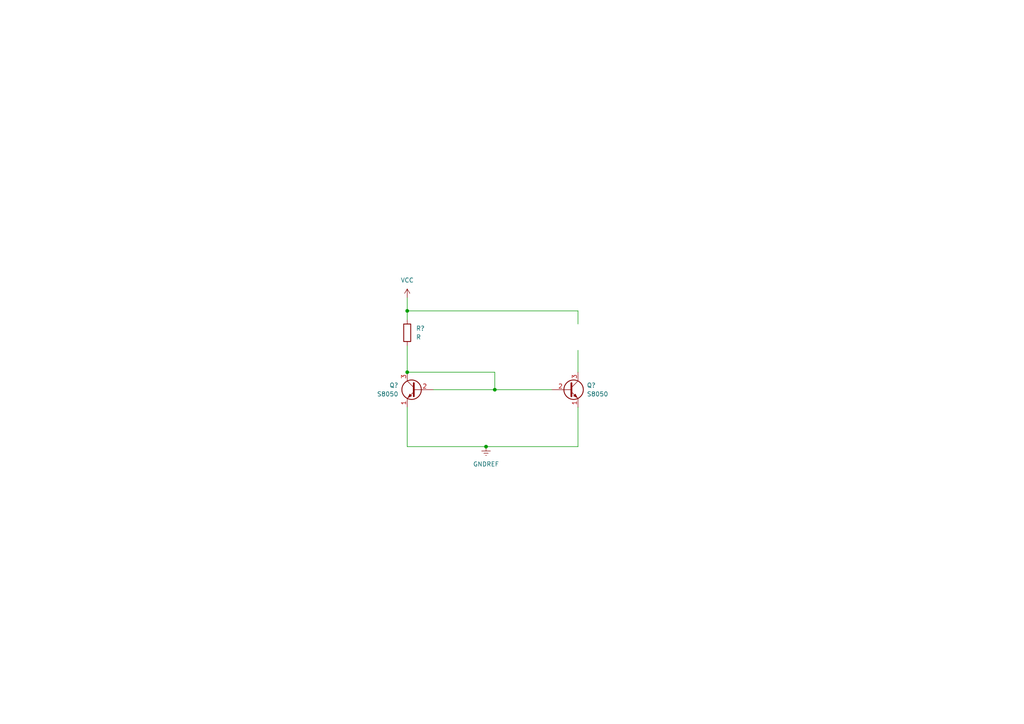
<source format=kicad_sch>
(kicad_sch (version 20211123) (generator eeschema)

  (uuid e06ea202-9f69-41ac-aae1-3abb4a1b62ce)

  (paper "A4")

  (lib_symbols
    (symbol "Device:R" (pin_numbers hide) (pin_names (offset 0)) (in_bom yes) (on_board yes)
      (property "Reference" "R" (id 0) (at 2.032 0 90)
        (effects (font (size 1.27 1.27)))
      )
      (property "Value" "R" (id 1) (at 0 0 90)
        (effects (font (size 1.27 1.27)))
      )
      (property "Footprint" "" (id 2) (at -1.778 0 90)
        (effects (font (size 1.27 1.27)) hide)
      )
      (property "Datasheet" "~" (id 3) (at 0 0 0)
        (effects (font (size 1.27 1.27)) hide)
      )
      (property "ki_keywords" "R res resistor" (id 4) (at 0 0 0)
        (effects (font (size 1.27 1.27)) hide)
      )
      (property "ki_description" "Resistor" (id 5) (at 0 0 0)
        (effects (font (size 1.27 1.27)) hide)
      )
      (property "ki_fp_filters" "R_*" (id 6) (at 0 0 0)
        (effects (font (size 1.27 1.27)) hide)
      )
      (symbol "R_0_1"
        (rectangle (start -1.016 -2.54) (end 1.016 2.54)
          (stroke (width 0.254) (type default) (color 0 0 0 0))
          (fill (type none))
        )
      )
      (symbol "R_1_1"
        (pin passive line (at 0 3.81 270) (length 1.27)
          (name "~" (effects (font (size 1.27 1.27))))
          (number "1" (effects (font (size 1.27 1.27))))
        )
        (pin passive line (at 0 -3.81 90) (length 1.27)
          (name "~" (effects (font (size 1.27 1.27))))
          (number "2" (effects (font (size 1.27 1.27))))
        )
      )
    )
    (symbol "Transistor_BJT:S8050" (pin_names (offset 0) hide) (in_bom yes) (on_board yes)
      (property "Reference" "Q" (id 0) (at 5.08 1.905 0)
        (effects (font (size 1.27 1.27)) (justify left))
      )
      (property "Value" "S8050" (id 1) (at 5.08 0 0)
        (effects (font (size 1.27 1.27)) (justify left))
      )
      (property "Footprint" "Package_TO_SOT_THT:TO-92_Inline" (id 2) (at 5.08 -1.905 0)
        (effects (font (size 1.27 1.27) italic) (justify left) hide)
      )
      (property "Datasheet" "http://www.unisonic.com.tw/datasheet/S8050.pdf" (id 3) (at 0 0 0)
        (effects (font (size 1.27 1.27)) (justify left) hide)
      )
      (property "ki_keywords" "S8050 NPN Low Voltage High Current Transistor" (id 4) (at 0 0 0)
        (effects (font (size 1.27 1.27)) hide)
      )
      (property "ki_description" "0.7A Ic, 20V Vce, Low Voltage High Current NPN Transistor, TO-92" (id 5) (at 0 0 0)
        (effects (font (size 1.27 1.27)) hide)
      )
      (property "ki_fp_filters" "TO?92*" (id 6) (at 0 0 0)
        (effects (font (size 1.27 1.27)) hide)
      )
      (symbol "S8050_0_1"
        (polyline
          (pts
            (xy 0 0)
            (xy 0.635 0)
          )
          (stroke (width 0) (type default) (color 0 0 0 0))
          (fill (type none))
        )
        (polyline
          (pts
            (xy 0.635 0.635)
            (xy 2.54 2.54)
          )
          (stroke (width 0) (type default) (color 0 0 0 0))
          (fill (type none))
        )
        (polyline
          (pts
            (xy 0.635 -0.635)
            (xy 2.54 -2.54)
            (xy 2.54 -2.54)
          )
          (stroke (width 0) (type default) (color 0 0 0 0))
          (fill (type none))
        )
        (polyline
          (pts
            (xy 0.635 1.905)
            (xy 0.635 -1.905)
            (xy 0.635 -1.905)
          )
          (stroke (width 0.508) (type default) (color 0 0 0 0))
          (fill (type none))
        )
        (polyline
          (pts
            (xy 1.27 -1.778)
            (xy 1.778 -1.27)
            (xy 2.286 -2.286)
            (xy 1.27 -1.778)
            (xy 1.27 -1.778)
          )
          (stroke (width 0) (type default) (color 0 0 0 0))
          (fill (type outline))
        )
        (circle (center 1.27 0) (radius 2.8194)
          (stroke (width 0.254) (type default) (color 0 0 0 0))
          (fill (type none))
        )
      )
      (symbol "S8050_1_1"
        (pin passive line (at 2.54 -5.08 90) (length 2.54)
          (name "E" (effects (font (size 1.27 1.27))))
          (number "1" (effects (font (size 1.27 1.27))))
        )
        (pin input line (at -5.08 0 0) (length 5.08)
          (name "B" (effects (font (size 1.27 1.27))))
          (number "2" (effects (font (size 1.27 1.27))))
        )
        (pin passive line (at 2.54 5.08 270) (length 2.54)
          (name "C" (effects (font (size 1.27 1.27))))
          (number "3" (effects (font (size 1.27 1.27))))
        )
      )
    )
    (symbol "power:GNDREF" (power) (pin_names (offset 0)) (in_bom yes) (on_board yes)
      (property "Reference" "#PWR" (id 0) (at 0 -6.35 0)
        (effects (font (size 1.27 1.27)) hide)
      )
      (property "Value" "GNDREF" (id 1) (at 0 -3.81 0)
        (effects (font (size 1.27 1.27)))
      )
      (property "Footprint" "" (id 2) (at 0 0 0)
        (effects (font (size 1.27 1.27)) hide)
      )
      (property "Datasheet" "" (id 3) (at 0 0 0)
        (effects (font (size 1.27 1.27)) hide)
      )
      (property "ki_keywords" "global power" (id 4) (at 0 0 0)
        (effects (font (size 1.27 1.27)) hide)
      )
      (property "ki_description" "Power symbol creates a global label with name \"GNDREF\" , reference supply ground" (id 5) (at 0 0 0)
        (effects (font (size 1.27 1.27)) hide)
      )
      (symbol "GNDREF_0_1"
        (polyline
          (pts
            (xy -0.635 -1.905)
            (xy 0.635 -1.905)
          )
          (stroke (width 0) (type default) (color 0 0 0 0))
          (fill (type none))
        )
        (polyline
          (pts
            (xy -0.127 -2.54)
            (xy 0.127 -2.54)
          )
          (stroke (width 0) (type default) (color 0 0 0 0))
          (fill (type none))
        )
        (polyline
          (pts
            (xy 0 -1.27)
            (xy 0 0)
          )
          (stroke (width 0) (type default) (color 0 0 0 0))
          (fill (type none))
        )
        (polyline
          (pts
            (xy 1.27 -1.27)
            (xy -1.27 -1.27)
          )
          (stroke (width 0) (type default) (color 0 0 0 0))
          (fill (type none))
        )
      )
      (symbol "GNDREF_1_1"
        (pin power_in line (at 0 0 270) (length 0) hide
          (name "GNDREF" (effects (font (size 1.27 1.27))))
          (number "1" (effects (font (size 1.27 1.27))))
        )
      )
    )
    (symbol "power:VCC" (power) (pin_names (offset 0)) (in_bom yes) (on_board yes)
      (property "Reference" "#PWR" (id 0) (at 0 -3.81 0)
        (effects (font (size 1.27 1.27)) hide)
      )
      (property "Value" "VCC" (id 1) (at 0 3.81 0)
        (effects (font (size 1.27 1.27)))
      )
      (property "Footprint" "" (id 2) (at 0 0 0)
        (effects (font (size 1.27 1.27)) hide)
      )
      (property "Datasheet" "" (id 3) (at 0 0 0)
        (effects (font (size 1.27 1.27)) hide)
      )
      (property "ki_keywords" "global power" (id 4) (at 0 0 0)
        (effects (font (size 1.27 1.27)) hide)
      )
      (property "ki_description" "Power symbol creates a global label with name \"VCC\"" (id 5) (at 0 0 0)
        (effects (font (size 1.27 1.27)) hide)
      )
      (symbol "VCC_0_1"
        (polyline
          (pts
            (xy -0.762 1.27)
            (xy 0 2.54)
          )
          (stroke (width 0) (type default) (color 0 0 0 0))
          (fill (type none))
        )
        (polyline
          (pts
            (xy 0 0)
            (xy 0 2.54)
          )
          (stroke (width 0) (type default) (color 0 0 0 0))
          (fill (type none))
        )
        (polyline
          (pts
            (xy 0 2.54)
            (xy 0.762 1.27)
          )
          (stroke (width 0) (type default) (color 0 0 0 0))
          (fill (type none))
        )
      )
      (symbol "VCC_1_1"
        (pin power_in line (at 0 0 90) (length 0) hide
          (name "VCC" (effects (font (size 1.27 1.27))))
          (number "1" (effects (font (size 1.27 1.27))))
        )
      )
    )
  )

  (junction (at 143.51 113.03) (diameter 0) (color 0 0 0 0)
    (uuid 1b89d099-7e03-49f8-9185-2ec1e62a3e31)
  )
  (junction (at 140.97 129.54) (diameter 0) (color 0 0 0 0)
    (uuid 388f49eb-814d-4b14-b2dd-d2e0978eb5a1)
  )
  (junction (at 118.11 107.95) (diameter 0) (color 0 0 0 0)
    (uuid 3caa6bab-532e-4f8e-9f07-10cb789c6b87)
  )
  (junction (at 118.11 90.17) (diameter 0) (color 0 0 0 0)
    (uuid 87b5774a-7853-4eb6-ac5e-aaa85b8ba792)
  )

  (wire (pts (xy 167.64 101.6) (xy 167.64 107.95))
    (stroke (width 0) (type default) (color 0 0 0 0))
    (uuid 0dabfeb4-dec4-4347-80da-56b1ca50f26a)
  )
  (wire (pts (xy 118.11 90.17) (xy 167.64 90.17))
    (stroke (width 0) (type default) (color 0 0 0 0))
    (uuid 1128dacf-a10a-458e-8a67-6a6f2bf3e08b)
  )
  (wire (pts (xy 118.11 86.36) (xy 118.11 90.17))
    (stroke (width 0) (type default) (color 0 0 0 0))
    (uuid 2a0d6d5a-b4bf-40f0-ab8b-f5a4fe4952c3)
  )
  (wire (pts (xy 167.64 118.11) (xy 167.64 129.54))
    (stroke (width 0) (type default) (color 0 0 0 0))
    (uuid 3f8e3555-9161-4b09-a12c-b5aa130773dc)
  )
  (wire (pts (xy 118.11 90.17) (xy 118.11 92.71))
    (stroke (width 0) (type default) (color 0 0 0 0))
    (uuid 4b31f8f5-421b-4e08-acd1-69b585cadd2b)
  )
  (wire (pts (xy 118.11 107.95) (xy 143.51 107.95))
    (stroke (width 0) (type default) (color 0 0 0 0))
    (uuid 4ef2c9bc-b62b-4c69-97ac-0d7658ce0c2c)
  )
  (wire (pts (xy 167.64 129.54) (xy 140.97 129.54))
    (stroke (width 0) (type default) (color 0 0 0 0))
    (uuid 7735dba2-89ac-40c5-9e26-673d74916146)
  )
  (wire (pts (xy 118.11 129.54) (xy 140.97 129.54))
    (stroke (width 0) (type default) (color 0 0 0 0))
    (uuid 9cd5e171-b74c-427a-a4c1-06c6b11f4b4e)
  )
  (wire (pts (xy 118.11 118.11) (xy 118.11 129.54))
    (stroke (width 0) (type default) (color 0 0 0 0))
    (uuid a48f1c8d-652c-48cb-88a5-c82790a4f4bc)
  )
  (wire (pts (xy 125.73 113.03) (xy 143.51 113.03))
    (stroke (width 0) (type default) (color 0 0 0 0))
    (uuid bf7da399-ba1f-4005-afa9-e77775bb3d0f)
  )
  (wire (pts (xy 118.11 100.33) (xy 118.11 107.95))
    (stroke (width 0) (type default) (color 0 0 0 0))
    (uuid ebfc0f7b-f91b-4548-b838-bb594c542a36)
  )
  (wire (pts (xy 143.51 113.03) (xy 160.02 113.03))
    (stroke (width 0) (type default) (color 0 0 0 0))
    (uuid edc12379-c0c2-4a7b-996d-0db1680bcdf7)
  )
  (wire (pts (xy 167.64 90.17) (xy 167.64 93.98))
    (stroke (width 0) (type default) (color 0 0 0 0))
    (uuid f3436084-2cf4-4879-b0ca-5849f782d6cc)
  )
  (wire (pts (xy 143.51 107.95) (xy 143.51 113.03))
    (stroke (width 0) (type default) (color 0 0 0 0))
    (uuid f4d2cbd1-2ce6-4eb5-8e8f-48db22cc430c)
  )

  (symbol (lib_id "Transistor_BJT:S8050") (at 120.65 113.03 0) (mirror y) (unit 1)
    (in_bom yes) (on_board yes) (fields_autoplaced)
    (uuid 4bbd7f15-de16-4018-8f67-ee25c41fc9c5)
    (property "Reference" "Q?" (id 0) (at 115.57 111.7599 0)
      (effects (font (size 1.27 1.27)) (justify left))
    )
    (property "Value" "S8050" (id 1) (at 115.57 114.2999 0)
      (effects (font (size 1.27 1.27)) (justify left))
    )
    (property "Footprint" "Package_TO_SOT_THT:TO-92_Inline" (id 2) (at 115.57 114.935 0)
      (effects (font (size 1.27 1.27) italic) (justify left) hide)
    )
    (property "Datasheet" "http://www.unisonic.com.tw/datasheet/S8050.pdf" (id 3) (at 120.65 113.03 0)
      (effects (font (size 1.27 1.27)) (justify left) hide)
    )
    (pin "1" (uuid 79466f5e-4e92-4b23-9f30-1ddc243b334c))
    (pin "2" (uuid 964d6413-1238-45bd-8a4e-ccb4c2e22434))
    (pin "3" (uuid 7cedcd56-7ca4-41e6-ab2d-13b829b2df10))
  )

  (symbol (lib_id "Transistor_BJT:S8050") (at 165.1 113.03 0) (unit 1)
    (in_bom yes) (on_board yes) (fields_autoplaced)
    (uuid 7f14cf77-6c76-4498-928b-a2d281138028)
    (property "Reference" "Q?" (id 0) (at 170.18 111.7599 0)
      (effects (font (size 1.27 1.27)) (justify left))
    )
    (property "Value" "S8050" (id 1) (at 170.18 114.2999 0)
      (effects (font (size 1.27 1.27)) (justify left))
    )
    (property "Footprint" "Package_TO_SOT_THT:TO-92_Inline" (id 2) (at 170.18 114.935 0)
      (effects (font (size 1.27 1.27) italic) (justify left) hide)
    )
    (property "Datasheet" "http://www.unisonic.com.tw/datasheet/S8050.pdf" (id 3) (at 165.1 113.03 0)
      (effects (font (size 1.27 1.27)) (justify left) hide)
    )
    (pin "1" (uuid b1f57d2c-59de-4d37-baa3-355b9df21731))
    (pin "2" (uuid 8f5e1ee7-6d89-40c0-b109-05508857f7b1))
    (pin "3" (uuid b8c89722-453d-45db-8034-16daad22cd20))
  )

  (symbol (lib_id "power:VCC") (at 118.11 86.36 0) (unit 1)
    (in_bom yes) (on_board yes) (fields_autoplaced)
    (uuid 996ef120-c97e-480e-bc6f-8d7d6dfd68b5)
    (property "Reference" "#PWR?" (id 0) (at 118.11 90.17 0)
      (effects (font (size 1.27 1.27)) hide)
    )
    (property "Value" "VCC" (id 1) (at 118.11 81.28 0))
    (property "Footprint" "" (id 2) (at 118.11 86.36 0)
      (effects (font (size 1.27 1.27)) hide)
    )
    (property "Datasheet" "" (id 3) (at 118.11 86.36 0)
      (effects (font (size 1.27 1.27)) hide)
    )
    (pin "1" (uuid dcd580ca-d682-4a88-8937-85af3c9b74cf))
  )

  (symbol (lib_id "Device:R") (at 118.11 96.52 0) (unit 1)
    (in_bom yes) (on_board yes) (fields_autoplaced)
    (uuid a78db714-b7b5-49f2-a383-b4ed1ddd0d03)
    (property "Reference" "R?" (id 0) (at 120.65 95.2499 0)
      (effects (font (size 1.27 1.27)) (justify left))
    )
    (property "Value" "R" (id 1) (at 120.65 97.7899 0)
      (effects (font (size 1.27 1.27)) (justify left))
    )
    (property "Footprint" "" (id 2) (at 116.332 96.52 90)
      (effects (font (size 1.27 1.27)) hide)
    )
    (property "Datasheet" "~" (id 3) (at 118.11 96.52 0)
      (effects (font (size 1.27 1.27)) hide)
    )
    (pin "1" (uuid 495e93c9-571d-45fe-b4e5-26c079e48471))
    (pin "2" (uuid a67142a6-42fa-4c1e-bd03-70b3abfd880e))
  )

  (symbol (lib_id "power:GNDREF") (at 140.97 129.54 0) (unit 1)
    (in_bom yes) (on_board yes) (fields_autoplaced)
    (uuid bfd509e1-22c2-4e0d-8cd1-7a24409e2173)
    (property "Reference" "#PWR?" (id 0) (at 140.97 135.89 0)
      (effects (font (size 1.27 1.27)) hide)
    )
    (property "Value" "GNDREF" (id 1) (at 140.97 134.62 0))
    (property "Footprint" "" (id 2) (at 140.97 129.54 0)
      (effects (font (size 1.27 1.27)) hide)
    )
    (property "Datasheet" "" (id 3) (at 140.97 129.54 0)
      (effects (font (size 1.27 1.27)) hide)
    )
    (pin "1" (uuid 3a69e22b-835d-4286-a865-a8d9ed3b0214))
  )

  (sheet_instances
    (path "/" (page "1"))
  )

  (symbol_instances
    (path "/996ef120-c97e-480e-bc6f-8d7d6dfd68b5"
      (reference "#PWR?") (unit 1) (value "VCC") (footprint "")
    )
    (path "/bfd509e1-22c2-4e0d-8cd1-7a24409e2173"
      (reference "#PWR?") (unit 1) (value "GNDREF") (footprint "")
    )
    (path "/4bbd7f15-de16-4018-8f67-ee25c41fc9c5"
      (reference "Q?") (unit 1) (value "S8050") (footprint "Package_TO_SOT_THT:TO-92_Inline")
    )
    (path "/7f14cf77-6c76-4498-928b-a2d281138028"
      (reference "Q?") (unit 1) (value "S8050") (footprint "Package_TO_SOT_THT:TO-92_Inline")
    )
    (path "/a78db714-b7b5-49f2-a383-b4ed1ddd0d03"
      (reference "R?") (unit 1) (value "R") (footprint "")
    )
  )
)

</source>
